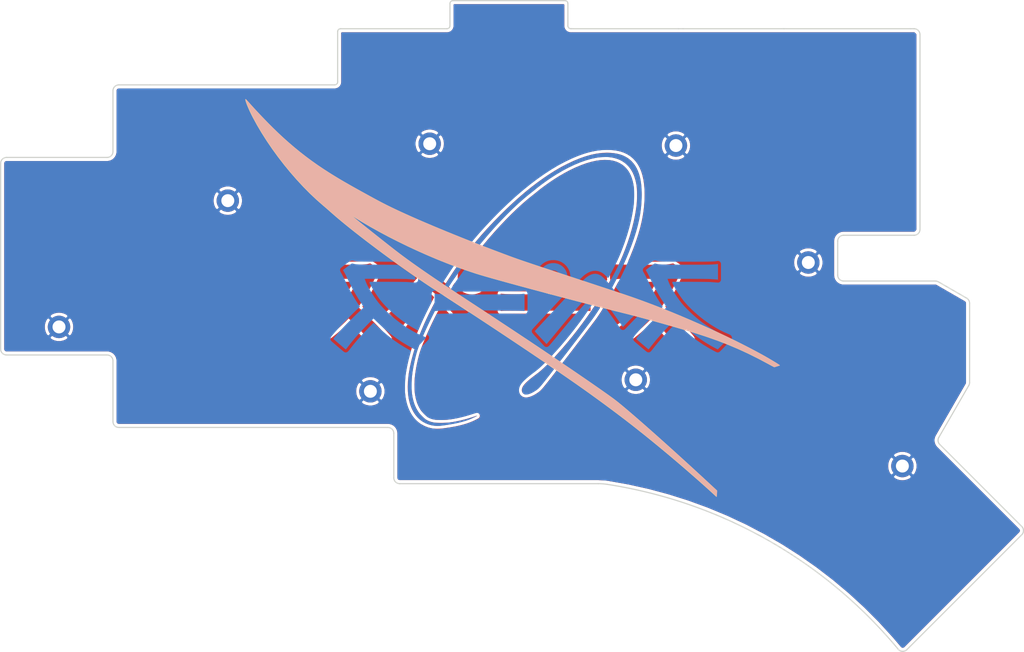
<source format=kicad_pcb>
(kicad_pcb (version 20171130) (host pcbnew "(5.1.10)-1")
  (layers (0 F.Cu signal) (31 B.Cu signal) (34 B.Paste user) (35 F.Paste user) (36 B.SilkS user) (37 F.SilkS user) (38 B.Mask user) (39 F.Mask user) (44 Edge.Cuts user))
  (net 0 "")
  (net 1 GND)
  (module scamander:text_right (layer B.Cu) (at 139.9286 103.3653 180)
    (fp_text reference G*** hide)
    (fp_text value LOGO hide)
    (fp_poly (pts (xy -2.18648 -13.323996) (xy -1.740279 -13.739308) (xy -1.244485 -14.1541) (xy -0.931333 -14.395271) (xy -0.410594 -14.789747) (xy 0.040374 -15.14597) (xy 0.425203 -15.467883) (xy 0.747524 -15.75943) (xy 1.010967 -16.024555) (xy 1.219165 -16.267201) (xy 1.375748 -16.491313) (xy 1.484348 -16.700834) (xy 1.548595 -16.899707) (xy 1.572122 -17.091877) (xy 1.572381 -17.114426) (xy 1.544985 -17.358767) (xy 1.458041 -17.554668) (xy 1.348106 -17.68193) (xy 1.174083 -17.799738) (xy 0.966855 -17.854866) (xy 0.716763 -17.848574) (xy 0.466981 -17.796876) (xy 0.186301 -17.699864) (xy -0.130108 -17.554753) (xy -0.45948 -17.374657) (xy -0.779053 -17.17269) (xy -1.066063 -16.961968) (xy -1.235884 -16.815827) (xy -1.34883 -16.702158) (xy -1.494811 -16.543733) (xy -1.654338 -16.362199) (xy -1.797043 -16.1925) (xy -1.94892 -16.005722) (xy -2.125727 -15.785601) (xy -2.320947 -15.540498) (xy -2.528062 -15.278774) (xy -2.740557 -15.00879) (xy -2.951914 -14.738909) (xy -3.155616 -14.477491) (xy -3.345147 -14.232899) (xy -3.513988 -14.013493) (xy -3.655625 -13.827635) (xy -3.763539 -13.683687) (xy -3.831213 -13.59001) (xy -3.852333 -13.555477) (xy -3.818972 -13.520836) (xy -3.726854 -13.448436) (xy -3.58793 -13.347088) (xy -3.414151 -13.225606) (xy -3.29773 -13.146455) (xy -2.743128 -12.773197) (xy -2.18648 -13.323996)) (layer B.Cu) (width 0.01))
    (fp_poly (pts (xy -3.428367 4.41754) (xy -3.005666 4.325649) (xy -2.613009 4.162167) (xy -2.258007 3.932976) (xy -1.948272 3.643961) (xy -1.691416 3.301005) (xy -1.49505 2.909991) (xy -1.371104 2.497667) (xy -1.320804 2.061343) (xy -1.352637 1.631042) (xy -1.464096 1.214974) (xy -1.652677 0.821348) (xy -1.915873 0.458377) (xy -2.031559 0.333598) (xy -2.363165 0.056368) (xy -2.740202 -0.156742) (xy -3.148922 -0.3015) (xy -3.575578 -0.373671) (xy -4.006422 -0.369022) (xy -4.212166 -0.337964) (xy -4.632948 -0.21232) (xy -5.018764 -0.014429) (xy -5.361221 0.247599) (xy -5.651924 0.565652) (xy -5.882479 0.931618) (xy -6.044491 1.337387) (xy -6.078387 1.465296) (xy -6.122253 1.762971) (xy -6.128148 2.047906) (xy -4.909737 2.047906) (xy -4.87405 1.718988) (xy -4.766014 1.433196) (xy -4.587928 1.193902) (xy -4.342087 1.004477) (xy -4.129481 0.902804) (xy -3.947894 0.861826) (xy -3.723837 0.852868) (xy -3.492948 0.875278) (xy -3.320484 0.91763) (xy -3.103426 1.030041) (xy -2.897072 1.203739) (xy -2.696615 1.456772) (xy -2.577015 1.730921) (xy -2.539311 2.020379) (xy -2.584542 2.31934) (xy -2.661392 2.521289) (xy -2.831588 2.791468) (xy -3.050623 2.999247) (xy -3.306981 3.140579) (xy -3.589145 3.211413) (xy -3.885599 3.2077) (xy -4.184828 3.125391) (xy -4.269496 3.086734) (xy -4.531992 2.91197) (xy -4.728588 2.685895) (xy -4.855349 2.414893) (xy -4.908341 2.105344) (xy -4.909737 2.047906) (xy -6.128148 2.047906) (xy -6.129175 2.097539) (xy -6.100855 2.434254) (xy -6.038992 2.738366) (xy -6.011873 2.824598) (xy -5.825327 3.23556) (xy -5.574857 3.595129) (xy -5.267603 3.897938) (xy -4.910705 4.13862) (xy -4.511303 4.311808) (xy -4.076537 4.412136) (xy -3.8735 4.431954) (xy -3.428367 4.41754)) (layer B.Cu) (width 0.01))
    (fp_poly (pts (xy 1.344084 -0.783949) (xy 1.491483 -0.797104) (xy 1.681028 -0.814006) (xy 1.862667 -0.830194) (xy 1.945622 -0.834053) (xy 2.107613 -0.838188) (xy 2.343007 -0.842542) (xy 2.646173 -0.847057) (xy 3.011482 -0.851678) (xy 3.4333 -0.856348) (xy 3.905998 -0.86101) (xy 4.423944 -0.865606) (xy 4.981506 -0.870081) (xy 5.573055 -0.874377) (xy 6.192958 -0.878439) (xy 6.835585 -0.882208) (xy 7.233015 -0.884323) (xy 12.285862 -0.910167) (xy 10.236762 -2.249028) (xy 8.187662 -3.58789) (xy 4.908748 -3.615192) (xy 4.382804 -3.619855) (xy 3.876693 -3.624889) (xy 3.397505 -3.630191) (xy 2.952335 -3.635658) (xy 2.548273 -3.641185) (xy 2.192414 -3.646669) (xy 1.891848 -3.652007) (xy 1.65367 -3.657095) (xy 1.48497 -3.661828) (xy 1.392843 -3.666105) (xy 1.386417 -3.666665) (xy 1.143 -3.690836) (xy 1.143 -0.765989) (xy 1.344084 -0.783949)) (layer B.Cu) (width 0.01))
    (fp_poly (pts (xy -12.063223 23.088656) (xy -11.283549 23.003512) (xy -10.487467 22.860107) (xy -9.669438 22.656856) (xy -8.823922 22.392176) (xy -7.94538 22.064482) (xy -7.028273 21.672191) (xy -6.067061 21.213717) (xy -5.923558 21.141582) (xy -4.795565 20.53649) (xy -3.646166 19.851959) (xy -2.477581 19.089856) (xy -1.292032 18.252043) (xy -0.09174 17.340387) (xy 1.121074 16.356751) (xy 2.344188 15.303001) (xy 3.575382 14.181001) (xy 4.812433 12.992616) (xy 6.05312 11.739711) (xy 7.295223 10.42415) (xy 8.53652 9.047799) (xy 8.688786 8.874684) (xy 9.466365 7.961935) (xy 10.259835 6.979929) (xy 11.060736 5.940499) (xy 11.860608 4.855479) (xy 12.65099 3.736701) (xy 13.423423 2.595998) (xy 14.169447 1.445203) (xy 14.880602 0.296149) (xy 15.17696 -0.200203) (xy 15.5575 -0.844906) (xy 15.790334 -0.823221) (xy 15.963539 -0.806659) (xy 16.136302 -0.789476) (xy 16.203084 -0.782578) (xy 16.383 -0.76362) (xy 16.383 -2.306534) (xy 16.99267 -3.51335) (xy 17.339806 -4.208797) (xy 17.651885 -4.85257) (xy 17.938346 -5.465025) (xy 18.208631 -6.066519) (xy 18.472179 -6.677407) (xy 18.587822 -6.952938) (xy 18.697613 -7.214418) (xy 18.781356 -7.40697) (xy 18.844374 -7.540307) (xy 18.891991 -7.624139) (xy 18.929531 -7.668179) (xy 18.96232 -7.682138) (xy 18.985889 -7.679039) (xy 19.070715 -7.643992) (xy 19.215482 -7.573243) (xy 19.407126 -7.473966) (xy 19.632578 -7.353332) (xy 19.878772 -7.218514) (xy 20.132641 -7.076685) (xy 20.381119 -6.935016) (xy 20.611138 -6.800681) (xy 20.809633 -6.680851) (xy 20.849167 -6.656275) (xy 21.585077 -6.172437) (xy 22.318746 -5.645299) (xy 23.038557 -5.08492) (xy 23.732888 -4.501358) (xy 24.390122 -3.904672) (xy 24.998638 -3.30492) (xy 25.546818 -2.712161) (xy 25.922085 -2.264833) (xy 26.238566 -1.850943) (xy 26.561946 -1.395635) (xy 26.881525 -0.916007) (xy 27.186602 -0.429157) (xy 27.466478 0.047815) (xy 27.710453 0.497812) (xy 27.907826 0.903736) (xy 27.915081 0.919888) (xy 27.98592 1.084191) (xy 28.059666 1.265034) (xy 28.128935 1.443033) (xy 28.186347 1.598805) (xy 28.224518 1.712965) (xy 28.236334 1.763461) (xy 28.195243 1.767758) (xy 28.07694 1.771336) (xy 27.888873 1.774225) (xy 27.638492 1.776453) (xy 27.333248 1.778046) (xy 26.98059 1.779035) (xy 26.587968 1.779446) (xy 26.162832 1.779308) (xy 25.712632 1.778649) (xy 25.244818 1.777497) (xy 24.766839 1.775881) (xy 24.286147 1.773827) (xy 23.81019 1.771366) (xy 23.346419 1.768524) (xy 22.902283 1.76533) (xy 22.485232 1.761813) (xy 22.102717 1.757999) (xy 21.762187 1.753918) (xy 21.471092 1.749597) (xy 21.236883 1.745064) (xy 21.067008 1.740349) (xy 20.976167 1.736035) (xy 20.724597 1.717842) (xy 20.461663 1.698596) (xy 20.220771 1.680755) (xy 20.055417 1.66831) (xy 19.685 1.64008) (xy 19.685 2.099705) (xy 20.076584 2.369566) (xy 20.213591 2.464701) (xy 20.406639 2.599766) (xy 20.642763 2.765634) (xy 20.908996 2.953182) (xy 21.192369 3.153285) (xy 21.479917 3.356819) (xy 21.529195 3.391752) (xy 22.590224 4.144076) (xy 26.037695 4.160709) (xy 26.671004 4.163929) (xy 27.225553 4.167169) (xy 27.707248 4.170566) (xy 28.121995 4.174256) (xy 28.475701 4.178374) (xy 28.774272 4.183057) (xy 29.023614 4.188441) (xy 29.229634 4.194663) (xy 29.398238 4.201858) (xy 29.535332 4.210163) (xy 29.646823 4.219713) (xy 29.738618 4.230645) (xy 29.816621 4.243095) (xy 29.845 4.248475) (xy 30.023879 4.285563) (xy 30.182485 4.32151) (xy 30.293456 4.350024) (xy 30.31339 4.356194) (xy 30.355365 4.363673) (xy 30.406411 4.354921) (xy 30.475982 4.324198) (xy 30.573534 4.265762) (xy 30.708523 4.173875) (xy 30.890402 4.042795) (xy 31.128629 3.866783) (xy 31.168924 3.836808) (xy 31.386416 3.673898) (xy 31.57914 3.527569) (xy 31.737322 3.405402) (xy 31.851189 3.314984) (xy 31.910969 3.263895) (xy 31.917618 3.25584) (xy 31.89794 3.210896) (xy 31.843757 3.111231) (xy 31.764765 2.974337) (xy 31.718161 2.896007) (xy 31.636585 2.751253) (xy 31.52942 2.547903) (xy 31.406044 2.304472) (xy 31.27583 2.039475) (xy 31.148154 1.771426) (xy 31.141332 1.756833) (xy 30.689831 0.822684) (xy 30.237111 -0.046458) (xy 29.772507 -0.869724) (xy 29.285354 -1.666245) (xy 28.926404 -2.21637) (xy 28.364084 -3.056908) (xy 28.585758 -3.253537) (xy 28.893061 -3.531954) (xy 29.245964 -3.861679) (xy 29.633077 -4.231403) (xy 30.04301 -4.629817) (xy 30.464374 -5.045613) (xy 30.88578 -5.467482) (xy 31.295838 -5.884115) (xy 31.68316 -6.284206) (xy 32.036356 -6.656443) (xy 32.302795 -6.944211) (xy 32.615987 -7.289992) (xy 32.888783 -7.596572) (xy 33.118252 -7.86045) (xy 33.301461 -8.078127) (xy 33.43548 -8.246102) (xy 33.517377 -8.360875) (xy 33.54422 -8.418946) (xy 33.542185 -8.42402) (xy 33.436889 -8.518355) (xy 33.288707 -8.648538) (xy 33.10685 -8.806707) (xy 32.900525 -8.985) (xy 32.678943 -9.175556) (xy 32.451311 -9.370511) (xy 32.226838 -9.562005) (xy 32.014733 -9.742175) (xy 31.824204 -9.90316) (xy 31.664462 -10.037097) (xy 31.544713 -10.136124) (xy 31.474168 -10.192379) (xy 31.45924 -10.202333) (xy 31.423177 -10.170318) (xy 31.347209 -10.082593) (xy 31.241616 -9.951642) (xy 31.116676 -9.789946) (xy 31.083753 -9.746353) (xy 30.556645 -9.071435) (xy 29.95997 -8.355957) (xy 29.296606 -7.603176) (xy 28.569433 -6.81635) (xy 27.78133 -5.998735) (xy 27.677676 -5.893517) (xy 26.746172 -4.950201) (xy 26.01937 -5.660684) (xy 25.009948 -6.60355) (xy 23.992309 -7.465834) (xy 22.961046 -8.251575) (xy 21.910752 -8.964811) (xy 20.83602 -9.609581) (xy 20.444127 -9.824626) (xy 20.231933 -9.93829) (xy 20.047556 -10.03707) (xy 19.903143 -10.114459) (xy 19.81084 -10.163946) (xy 19.782415 -10.179217) (xy 19.790711 -10.219097) (xy 19.819258 -10.325435) (xy 19.863968 -10.483597) (xy 19.920756 -10.678946) (xy 19.942917 -10.75403) (xy 20.172862 -11.579191) (xy 20.380455 -12.422744) (xy 20.560273 -13.259976) (xy 20.706897 -14.066174) (xy 20.787716 -14.605) (xy 20.825827 -14.94256) (xy 20.857338 -15.331947) (xy 20.881727 -15.754241) (xy 20.898473 -16.190521) (xy 20.907057 -16.621869) (xy 20.906956 -17.029364) (xy 20.897652 -17.394088) (xy 20.878622 -17.697119) (xy 20.874102 -17.743865) (xy 20.761321 -18.530311) (xy 20.592086 -19.262319) (xy 20.368108 -19.937959) (xy 20.091096 -20.5553) (xy 19.762761 -21.112413) (xy 19.384813 -21.607369) (xy 18.958962 -22.038236) (xy 18.486919 -22.403087) (xy 17.970394 -22.69999) (xy 17.411096 -22.927017) (xy 16.810737 -23.082237) (xy 16.171026 -23.16372) (xy 16.0655 -23.169769) (xy 15.870603 -23.176193) (xy 15.686669 -23.177241) (xy 15.545492 -23.172875) (xy 15.515167 -23.170394) (xy 15.273596 -23.141945) (xy 14.968394 -23.100996) (xy 14.619155 -23.050605) (xy 14.245472 -22.993833) (xy 13.866939 -22.933737) (xy 13.503149 -22.873378) (xy 13.173697 -22.815815) (xy 12.898175 -22.764106) (xy 12.845608 -22.753589) (xy 12.335329 -22.641337) (xy 11.823669 -22.512658) (xy 11.333337 -22.373896) (xy 10.887044 -22.231394) (xy 10.586155 -22.122513) (xy 10.432315 -22.060359) (xy 10.245995 -21.980887) (xy 10.041077 -21.890524) (xy 9.831442 -21.795695) (xy 9.630971 -21.702825) (xy 9.453543 -21.61834) (xy 9.313042 -21.548665) (xy 9.223346 -21.500225) (xy 9.197733 -21.479822) (xy 9.239867 -21.488407) (xy 9.34991 -21.519638) (xy 9.515341 -21.56972) (xy 9.723638 -21.634853) (xy 9.962281 -21.711239) (xy 9.985749 -21.718838) (xy 11.094409 -22.0513) (xy 12.154707 -22.314386) (xy 13.166778 -22.508123) (xy 14.130759 -22.632533) (xy 15.046785 -22.687643) (xy 15.308279 -22.690667) (xy 15.88721 -22.675002) (xy 16.396748 -22.626709) (xy 16.84641 -22.543841) (xy 17.245717 -22.424451) (xy 17.604185 -22.266591) (xy 17.734711 -22.194333) (xy 17.918673 -22.067595) (xy 18.136644 -21.887718) (xy 18.373096 -21.670226) (xy 18.612503 -21.430645) (xy 18.839339 -21.184501) (xy 19.038077 -20.947317) (xy 19.190551 -20.738632) (xy 19.493886 -20.223675) (xy 19.746823 -19.671919) (xy 19.952667 -19.073669) (xy 20.114722 -18.419231) (xy 20.236293 -17.69891) (xy 20.242423 -17.653) (xy 20.265894 -17.407674) (xy 20.282128 -17.09595) (xy 20.291269 -16.735771) (xy 20.29346 -16.345083) (xy 20.288844 -15.941832) (xy 20.277563 -15.543963) (xy 20.25976 -15.16942) (xy 20.235579 -14.83615) (xy 20.218649 -14.6685) (xy 20.142178 -14.084836) (xy 20.044688 -13.47264) (xy 19.929627 -12.847379) (xy 19.800442 -12.22452) (xy 19.660579 -11.619529) (xy 19.513485 -11.047872) (xy 19.362607 -10.525016) (xy 19.211391 -10.066428) (xy 19.164651 -9.938846) (xy 18.979513 -9.447558) (xy 18.411506 -8.847863) (xy 18.235492 -8.661015) (xy 18.080388 -8.494434) (xy 17.955331 -8.358091) (xy 17.869459 -8.261958) (xy 17.831908 -8.216007) (xy 17.831122 -8.21445) (xy 17.860821 -8.183032) (xy 17.950592 -8.132697) (xy 18.081204 -8.074186) (xy 18.085122 -8.072592) (xy 18.232445 -8.004172) (xy 18.319883 -7.944758) (xy 18.338626 -7.908643) (xy 18.310161 -7.826065) (xy 18.248963 -7.676886) (xy 18.159416 -7.470602) (xy 18.045903 -7.216706) (xy 17.912808 -6.924697) (xy 17.764515 -6.604068) (xy 17.605407 -6.264317) (xy 17.439868 -5.914938) (xy 17.272281 -5.565427) (xy 17.107031 -5.225281) (xy 16.991924 -4.991437) (xy 16.350461 -3.696373) (xy 15.95398 -3.662691) (xy 15.834611 -3.655686) (xy 15.640263 -3.648178) (xy 15.380623 -3.640387) (xy 15.065375 -3.632528) (xy 14.704205 -3.62482) (xy 14.306799 -3.61748) (xy 13.882841 -3.610725) (xy 13.442018 -3.604774) (xy 13.300065 -3.603087) (xy 11.04263 -3.577167) (xy 12.178232 -2.837513) (xy 12.505362 -2.624385) (xy 12.854186 -2.397023) (xy 13.206325 -2.167413) (xy 13.543401 -1.947541) (xy 13.847034 -1.749392) (xy 14.098847 -1.584953) (xy 14.107855 -1.579068) (xy 14.901876 -1.060277) (xy 14.535971 -0.456055) (xy 14.276366 -0.035199) (xy 13.989514 0.416171) (xy 13.687688 0.879559) (xy 13.383164 1.336469) (xy 13.088216 1.768405) (xy 12.81512 2.156871) (xy 12.66003 2.370667) (xy 12.470875 2.62908) (xy 12.258706 2.921566) (xy 12.045303 3.217944) (xy 11.85245 3.48803) (xy 11.789314 3.577167) (xy 11.638105 3.788692) (xy 11.449756 4.048171) (xy 11.238488 4.336246) (xy 11.018523 4.633562) (xy 10.80408 4.920763) (xy 10.723061 5.02844) (xy 9.810082 6.215027) (xy 8.878493 7.379749) (xy 7.933264 8.517344) (xy 6.979363 9.622553) (xy 6.021759 10.690115) (xy 5.065422 11.714768) (xy 4.115319 12.691254) (xy 3.176419 13.61431) (xy 2.253692 14.478676) (xy 1.352105 15.279093) (xy 0.476629 16.010299) (xy -0.021166 16.403658) (xy -0.223043 16.561728) (xy -0.445658 16.739321) (xy -0.653693 16.908147) (xy -0.740833 16.98012) (xy -0.974527 17.169462) (xy -1.261764 17.393796) (xy -1.585906 17.640751) (xy -1.930317 17.897959) (xy -2.278359 18.15305) (xy -2.613395 18.393652) (xy -2.918787 18.607398) (xy -3.048 18.695501) (xy -4.153438 19.411642) (xy -5.237995 20.054728) (xy -6.299993 20.624006) (xy -7.337757 21.118719) (xy -8.349609 21.538112) (xy -9.333874 21.881431) (xy -10.288875 22.147919) (xy -11.081903 22.314442) (xy -11.409933 22.361396) (xy -11.785219 22.397039) (xy -12.183718 22.420515) (xy -12.581383 22.430964) (xy -12.954168 22.427527) (xy -13.278027 22.409346) (xy -13.394498 22.397004) (xy -14.061202 22.276042) (xy -14.678396 22.086868) (xy -15.247724 21.828734) (xy -15.770828 21.500895) (xy -16.249353 21.102603) (xy -16.253111 21.099031) (xy -16.643498 20.680492) (xy -16.980935 20.216283) (xy -17.267715 19.701234) (xy -17.506136 19.130174) (xy -17.698492 18.497933) (xy -17.84708 17.799341) (xy -17.914786 17.356667) (xy -17.937927 17.118172) (xy -17.954308 16.81256) (xy -17.964062 16.457098) (xy -17.96732 16.069055) (xy -17.964217 15.6657) (xy -17.954884 15.264299) (xy -17.939453 14.882122) (xy -17.918058 14.536437) (xy -17.890907 14.245167) (xy -17.711703 12.993663) (xy -17.460245 11.703665) (xy -17.137582 10.379049) (xy -16.744763 9.02369) (xy -16.282837 7.641465) (xy -15.752852 6.236247) (xy -15.662536 6.011333) (xy -15.423715 5.438083) (xy -15.171958 4.867835) (xy -14.901052 4.287862) (xy -14.604783 3.685436) (xy -14.276938 3.047827) (xy -13.911302 2.362309) (xy -13.630704 1.849223) (xy -13.1445 0.967946) (xy -12.93451 1.214223) (xy -12.820995 1.342001) (xy -12.667297 1.507683) (xy -12.493608 1.689817) (xy -12.320677 1.866391) (xy -12.120067 2.06136) (xy -11.952998 2.20629) (xy -11.799488 2.316745) (xy -11.639556 2.408289) (xy -11.598435 2.428959) (xy -11.248935 2.562434) (xy -10.897694 2.6179) (xy -10.540533 2.594636) (xy -10.173269 2.491922) (xy -9.791723 2.309038) (xy -9.397979 2.049903) (xy -9.286394 1.95837) (xy -9.122217 1.810821) (xy -8.910969 1.612819) (xy -8.658167 1.369924) (xy -8.369331 1.087699) (xy -8.04998 0.771704) (xy -7.705631 0.427503) (xy -7.341806 0.060655) (xy -6.964021 -0.323278) (xy -6.577796 -0.718733) (xy -6.188649 -1.12015) (xy -5.8021 -1.521966) (xy -5.423668 -1.918621) (xy -5.05887 -2.304552) (xy -4.759003 -2.624984) (xy -4.175854 -3.251427) (xy -3.647864 -3.818704) (xy -3.172466 -4.329583) (xy -2.747094 -4.786835) (xy -2.369181 -5.193229) (xy -2.03616 -5.551535) (xy -1.745464 -5.864523) (xy -1.494527 -6.134963) (xy -1.280781 -6.365624) (xy -1.101661 -6.559276) (xy -0.954598 -6.71869) (xy -0.837027 -6.846634) (xy -0.746381 -6.945878) (xy -0.680092 -7.019193) (xy -0.635594 -7.069347) (xy -0.610321 -7.099112) (xy -0.601803 -7.110965) (xy -0.626743 -7.148141) (xy -0.703058 -7.239707) (xy -0.824188 -7.378311) (xy -0.983574 -7.556601) (xy -1.174656 -7.767223) (xy -1.390877 -8.002826) (xy -1.569629 -8.19584) (xy -1.802525 -8.446362) (xy -2.017522 -8.67764) (xy -2.207705 -8.882235) (xy -2.366162 -9.05271) (xy -2.485979 -9.181627) (xy -2.560242 -9.261547) (xy -2.58188 -9.284854) (xy -2.614462 -9.260428) (xy -2.694841 -9.176579) (xy -2.817527 -9.039679) (xy -2.97703 -8.8561) (xy -3.167862 -8.632216) (xy -3.384531 -8.374397) (xy -3.62155 -8.089017) (xy -3.821825 -7.845521) (xy -4.402676 -7.137908) (xy -4.937778 -6.489522) (xy -5.433522 -5.892886) (xy -5.896299 -5.340521) (xy -6.332503 -4.82495) (xy -6.748525 -4.338694) (xy -7.150756 -3.874275) (xy -7.545589 -3.424215) (xy -7.939416 -2.981036) (xy -8.338629 -2.537259) (xy -8.682399 -2.159) (xy -9.036587 -1.771975) (xy -9.339912 -1.44352) (xy -9.597731 -1.1689) (xy -9.815406 -0.943382) (xy -9.998292 -0.762231) (xy -10.151751 -0.620711) (xy -10.28114 -0.514089) (xy -10.391818 -0.437629) (xy -10.489144 -0.386597) (xy -10.578476 -0.356259) (xy -10.665173 -0.341879) (xy -10.742692 -0.338667) (xy -10.908791 -0.371853) (xy -11.096783 -0.462309) (xy -11.282323 -0.596374) (xy -11.392776 -0.703393) (xy -11.462152 -0.786685) (xy -11.575811 -0.931694) (xy -11.728601 -1.131399) (xy -11.915366 -1.378782) (xy -12.130953 -1.666825) (xy -12.370208 -1.988509) (xy -12.627978 -2.336816) (xy -12.899107 -2.704727) (xy -13.178442 -3.085223) (xy -13.46083 -3.471287) (xy -13.741116 -3.855899) (xy -14.014145 -4.23204) (xy -14.274765 -4.592694) (xy -14.517822 -4.93084) (xy -14.73816 -5.23946) (xy -14.930627 -5.511537) (xy -15.068506 -5.708894) (xy -15.548435 -6.401287) (xy -16.464495 -5.454894) (xy -16.701887 -5.209328) (xy -16.929586 -4.973207) (xy -17.138331 -4.756176) (xy -17.318863 -4.567882) (xy -17.461922 -4.417972) (xy -17.558247 -4.316092) (xy -17.5777 -4.295198) (xy -17.774846 -4.081896) (xy -17.515105 -3.871865) (xy -17.316797 -3.702611) (xy -17.075921 -3.482775) (xy -16.805674 -3.225486) (xy -16.519254 -2.94387) (xy -16.229858 -2.651054) (xy -15.950681 -2.360166) (xy -15.694923 -2.084332) (xy -15.516486 -1.883833) (xy -15.336616 -1.675557) (xy -15.138777 -1.444164) (xy -14.930052 -1.198165) (xy -14.717523 -0.946069) (xy -14.508274 -0.696387) (xy -14.309386 -0.45763) (xy -14.127943 -0.238308) (xy -13.971027 -0.04693) (xy -13.845721 0.107992) (xy -13.759108 0.217948) (xy -13.718269 0.274428) (xy -13.716 0.279583) (xy -13.734845 0.321858) (xy -13.788044 0.429296) (xy -13.870594 0.5921) (xy -13.977489 0.800471) (xy -14.103725 1.044612) (xy -14.244299 1.314722) (xy -14.261478 1.347621) (xy -14.908796 2.622409) (xy -15.510482 3.88018) (xy -16.064799 5.116248) (xy -16.570009 6.325927) (xy -17.024373 7.50453) (xy -17.426156 8.647371) (xy -17.773619 9.749764) (xy -18.065025 10.807023) (xy -18.298636 11.814462) (xy -18.455505 12.659031) (xy -18.582869 13.566) (xy -18.671574 14.469289) (xy -18.721544 15.357535) (xy -18.732704 16.219373) (xy -18.704979 17.043437) (xy -18.638294 17.818365) (xy -18.532574 18.53279) (xy -18.495578 18.722324) (xy -18.313131 19.438108) (xy -18.074573 20.093223) (xy -17.780659 20.686659) (xy -17.432146 21.217408) (xy -17.029788 21.68446) (xy -16.574342 22.086807) (xy -16.066564 22.423438) (xy -15.52808 22.68486) (xy -15.049889 22.85222) (xy -14.532234 22.977399) (xy -13.965205 23.061985) (xy -13.338893 23.107567) (xy -12.832029 23.117122) (xy -12.063223 23.088656)) (layer B.Cu) (width 0.01))
    (fp_poly (pts (xy -10.736375 -2.905685) (xy -10.660909 -3.019027) (xy -10.551425 -3.18076) (xy -10.415168 -3.380383) (xy -10.259379 -3.607393) (xy -10.091301 -3.851287) (xy -9.918177 -4.101562) (xy -9.747248 -4.347716) (xy -9.585758 -4.579246) (xy -9.44095 -4.78565) (xy -9.320065 -4.956425) (xy -9.285803 -5.004363) (xy -8.722063 -5.778087) (xy -8.136117 -6.558807) (xy -7.536282 -7.336284) (xy -6.930873 -8.100275) (xy -6.328209 -8.84054) (xy -5.736604 -9.546837) (xy -5.164376 -10.208926) (xy -4.619842 -10.816565) (xy -4.201583 -11.265164) (xy -4.075188 -11.399988) (xy -3.974076 -11.51174) (xy -3.910448 -11.586692) (xy -3.894666 -11.610516) (xy -3.927223 -11.639404) (xy -4.01447 -11.704567) (xy -4.140778 -11.795128) (xy -4.290514 -11.900212) (xy -4.448046 -12.008944) (xy -4.597743 -12.110447) (xy -4.723974 -12.193847) (xy -4.811106 -12.248267) (xy -4.812358 -12.248994) (xy -4.848947 -12.222065) (xy -4.934337 -12.129106) (xy -5.066925 -11.972112) (xy -5.245107 -11.753083) (xy -5.467281 -11.474016) (xy -5.731845 -11.136909) (xy -6.037195 -10.743759) (xy -6.381728 -10.296565) (xy -6.44545 -10.213525) (xy -6.986689 -9.507711) (xy -7.478767 -8.865784) (xy -7.924141 -8.284519) (xy -8.325267 -7.760692) (xy -8.684602 -7.291076) (xy -9.004604 -6.872447) (xy -9.287728 -6.501579) (xy -9.536432 -6.175249) (xy -9.753173 -5.890229) (xy -9.940406 -5.643297) (xy -10.10059 -5.431226) (xy -10.23618 -5.250791) (xy -10.349635 -5.098768) (xy -10.443409 -4.971931) (xy -10.519961 -4.867056) (xy -10.549565 -4.826) (xy -10.726976 -4.575447) (xy -10.905565 -4.317043) (xy -11.079095 -4.06044) (xy -11.241329 -3.815295) (xy -11.386031 -3.591262) (xy -11.506963 -3.397995) (xy -11.59789 -3.245149) (xy -11.652574 -3.142379) (xy -11.664885 -3.099441) (xy -11.618715 -3.080426) (xy -11.513335 -3.046766) (xy -11.368974 -3.004076) (xy -11.205863 -2.95797) (xy -11.044234 -2.914064) (xy -10.904318 -2.877971) (xy -10.806344 -2.855307) (xy -10.770582 -2.851239) (xy -10.736375 -2.905685)) (layer B.Cu) (width 0.01))
    (fp_poly (pts (xy -20.943922 4.354921) (xy -20.874351 4.324198) (xy -20.776799 4.265762) (xy -20.641811 4.173875) (xy -20.459931 4.042795) (xy -20.221704 3.866783) (xy -20.181409 3.836808) (xy -19.963917 3.673898) (xy -19.771194 3.527569) (xy -19.613012 3.405402) (xy -19.499144 3.314984) (xy -19.439365 3.263895) (xy -19.432715 3.25584) (xy -19.452377 3.210888) (xy -19.506517 3.111193) (xy -19.58545 2.974249) (xy -19.632083 2.895781) (xy -19.722331 2.736048) (xy -19.835031 2.522522) (xy -19.958158 2.278741) (xy -20.079683 2.028239) (xy -20.127698 1.925941) (xy -20.683325 0.776894) (xy -21.246646 -0.291343) (xy -21.819727 -1.282439) (xy -22.404633 -2.200063) (xy -22.65785 -2.569481) (xy -22.990031 -3.043462) (xy -22.788454 -3.225648) (xy -22.477702 -3.510492) (xy -22.145725 -3.822051) (xy -21.797252 -4.155389) (xy -21.437007 -4.505574) (xy -21.069718 -4.86767) (xy -20.700112 -5.236744) (xy -20.332915 -5.607862) (xy -19.972854 -5.976088) (xy -19.624655 -6.336489) (xy -19.293045 -6.684131) (xy -18.982751 -7.01408) (xy -18.698499 -7.321401) (xy -18.445016 -7.60116) (xy -18.227029 -7.848423) (xy -18.049264 -8.058255) (xy -17.916448 -8.225723) (xy -17.833308 -8.345893) (xy -17.80457 -8.41383) (xy -17.808336 -8.424445) (xy -17.930403 -8.534487) (xy -18.092236 -8.677099) (xy -18.284706 -8.844538) (xy -18.49868 -9.029061) (xy -18.725028 -9.222925) (xy -18.954617 -9.418387) (xy -19.178317 -9.607705) (xy -19.386996 -9.783136) (xy -19.571523 -9.936936) (xy -19.722766 -10.061364) (xy -19.831595 -10.148675) (xy -19.888876 -10.191129) (xy -19.895147 -10.19393) (xy -19.930386 -10.157929) (xy -20.008465 -10.065618) (xy -20.120595 -9.927793) (xy -20.257989 -9.755249) (xy -20.405211 -9.567333) (xy -21.129541 -8.669632) (xy -21.929723 -7.74165) (xy -22.803542 -6.785875) (xy -23.748783 -5.804792) (xy -23.831738 -5.720931) (xy -24.602115 -4.943695) (xy -25.286808 -5.617531) (xy -26.292966 -6.563016) (xy -27.310546 -7.429197) (xy -28.346565 -8.221323) (xy -29.408036 -8.944642) (xy -30.501977 -9.604404) (xy -30.936585 -9.844355) (xy -31.151802 -9.959538) (xy -31.340699 -10.059325) (xy -31.490917 -10.137294) (xy -31.590101 -10.187025) (xy -31.625458 -10.202333) (xy -31.659382 -10.172777) (xy -31.744319 -10.088981) (xy -31.873146 -9.958256) (xy -32.038738 -9.787912) (xy -32.23397 -9.585261) (xy -32.451719 -9.357611) (xy -32.578135 -9.224779) (xy -32.805141 -8.985222) (xy -33.012831 -8.764884) (xy -33.194138 -8.57135) (xy -33.341999 -8.412208) (xy -33.449348 -8.295045) (xy -33.509121 -8.227448) (xy -33.519128 -8.214227) (xy -33.48815 -8.185181) (xy -33.394873 -8.135199) (xy -33.256324 -8.072945) (xy -33.180461 -8.04193) (xy -32.528878 -7.760229) (xy -31.84055 -7.419552) (xy -31.129982 -7.028323) (xy -30.411676 -6.594961) (xy -29.700135 -6.127888) (xy -29.009864 -5.635524) (xy -28.919723 -5.568047) (xy -28.392529 -5.155831) (xy -27.858343 -4.709472) (xy -27.32994 -4.241061) (xy -26.820095 -3.762688) (xy -26.341584 -3.286445) (xy -25.907182 -2.824421) (xy -25.529667 -2.388708) (xy -25.429336 -2.264833) (xy -25.095477 -1.82782) (xy -24.759803 -1.35619) (xy -24.433072 -0.866907) (xy -24.126042 -0.376934) (xy -23.849472 0.096763) (xy -23.614121 0.537221) (xy -23.491395 0.791006) (xy -23.421442 0.949189) (xy -23.345032 1.13164) (xy -23.269352 1.319914) (xy -23.201593 1.495565) (xy -23.148942 1.640149) (xy -23.118589 1.735221) (xy -23.114 1.759356) (xy -23.15509 1.76406) (xy -23.273397 1.768051) (xy -23.461472 1.771354) (xy -23.711868 1.773992) (xy -24.017138 1.77599) (xy -24.369834 1.777371) (xy -24.762508 1.778159) (xy -25.187714 1.778378) (xy -25.638004 1.778052) (xy -26.10593 1.777205) (xy -26.584045 1.775861) (xy -27.064901 1.774044) (xy -27.541052 1.771778) (xy -28.005049 1.769086) (xy -28.449445 1.765993) (xy -28.866792 1.762523) (xy -29.249644 1.758699) (xy -29.590552 1.754545) (xy -29.88207 1.750086) (xy -30.116749 1.745344) (xy -30.287143 1.740345) (xy -30.374166 1.736035) (xy -30.625736 1.717842) (xy -30.888671 1.698596) (xy -31.129562 1.680755) (xy -31.294916 1.66831) (xy -31.665333 1.64008) (xy -31.665333 4.286488) (xy -31.506583 4.261456) (xy -31.352802 4.240904) (xy -31.164928 4.222769) (xy -30.938655 4.206974) (xy -30.669676 4.193442) (xy -30.353685 4.182095) (xy -29.986375 4.172856) (xy -29.56344 4.165648) (xy -29.080573 4.160392) (xy -28.533468 4.157012) (xy -27.917817 4.155431) (xy -27.229315 4.15557) (xy -26.463655 4.157352) (xy -25.8445 4.159686) (xy -25.163887 4.162731) (xy -24.562504 4.165752) (xy -24.034914 4.16886) (xy -23.575679 4.172165) (xy -23.179363 4.175778) (xy -22.840529 4.179811) (xy -22.55374 4.184373) (xy -22.313559 4.189577) (xy -22.114549 4.195532) (xy -21.951274 4.202349) (xy -21.818295 4.21014) (xy -21.710177 4.219016) (xy -21.621482 4.229086) (xy -21.546774 4.240463) (xy -21.505333 4.248174) (xy -21.326468 4.285399) (xy -21.167871 4.321448) (xy -21.056896 4.350015) (xy -21.036943 4.356194) (xy -20.994968 4.363673) (xy -20.943922 4.354921)) (layer B.Cu) (width 0.01))
  )
  (module "scamander:left arrow" (layer F.Cu) (at 136.7663 104.8385)
    (fp_text reference G*** hide)
    (fp_text value LOGO hide)
  )
  (module scamander:arrow_right (layer B.Cu) (at 136.8044 104.8385 180)
    (fp_text reference G*** hide)
    (fp_text value LOGO hide)
  )
  (module "scamander:left text" (layer F.Cu) (at 133.6421 103.3653)
    (fp_text reference G*** hide)
    (fp_text value LOGO hide)
    (fp_poly (pts (xy 17.176728 2.877366) (xy 17.325624 2.906608) (xy 17.49351 2.945029) (xy 17.660103 2.987699) (xy 17.805116 3.029691) (xy 17.908268 3.066076) (xy 17.949272 3.091926) (xy 17.949333 3.09264) (xy 17.926672 3.138557) (xy 17.863703 3.24294) (xy 17.767946 3.39439) (xy 17.64692 3.581509) (xy 17.508144 3.7929) (xy 17.359138 4.017164) (xy 17.207422 4.242903) (xy 17.060515 4.458718) (xy 16.925937 4.653212) (xy 16.83373 4.783667) (xy 16.773871 4.865046) (xy 16.6687 5.005512) (xy 16.522303 5.199715) (xy 16.338763 5.442308) (xy 16.122164 5.727941) (xy 15.876592 6.051266) (xy 15.606129 6.406933) (xy 15.314862 6.789595) (xy 15.006873 7.193902) (xy 14.686246 7.614506) (xy 14.357067 8.046057) (xy 14.02342 8.483208) (xy 13.689388 8.92061) (xy 13.359056 9.352913) (xy 13.036509 9.774769) (xy 12.72583 10.18083) (xy 12.431103 10.565746) (xy 12.156414 10.92417) (xy 11.905846 11.250751) (xy 11.683484 11.540142) (xy 11.493411 11.786993) (xy 11.339712 11.985957) (xy 11.226472 12.131684) (xy 11.157774 12.218825) (xy 11.139004 12.241451) (xy 11.096282 12.229553) (xy 10.99915 12.176456) (xy 10.86179 12.090593) (xy 10.698384 11.980397) (xy 10.689166 11.973968) (xy 10.519935 11.856321) (xy 10.372325 11.754794) (xy 10.262235 11.68025) (xy 10.205631 11.64359) (xy 10.198868 11.615933) (xy 10.229019 11.556197) (xy 10.300739 11.458419) (xy 10.418684 11.316637) (xy 10.587511 11.124885) (xy 10.756955 10.937407) (xy 11.594421 9.995823) (xy 12.442358 9.00047) (xy 13.288302 7.967292) (xy 14.119785 6.91223) (xy 14.924341 5.851227) (xy 15.689503 4.800227) (xy 16.402806 3.775172) (xy 16.677774 3.3655) (xy 16.795054 3.18962) (xy 16.896682 3.038823) (xy 16.97293 2.927427) (xy 17.01407 2.869751) (xy 17.017042 2.866129) (xy 17.067106 2.86223) (xy 17.176728 2.877366)) (layer F.Cu) (width 0.01))
    (fp_poly (pts (xy 19.798198 -23.122163) (xy 20.518052 -23.035662) (xy 21.173842 -22.89643) (xy 21.769258 -22.702509) (xy 22.30799 -22.451939) (xy 22.793729 -22.142764) (xy 23.230163 -21.773024) (xy 23.620984 -21.340761) (xy 23.908423 -20.940717) (xy 24.19804 -20.425895) (xy 24.443936 -19.841648) (xy 24.645665 -19.191321) (xy 24.802777 -18.478263) (xy 24.914825 -17.70582) (xy 24.981363 -16.877338) (xy 25.001941 -15.996167) (xy 24.976113 -15.065651) (xy 24.90343 -14.089138) (xy 24.869193 -13.758333) (xy 24.729938 -12.745991) (xy 24.53163 -11.698355) (xy 24.27341 -10.612526) (xy 23.954417 -9.485603) (xy 23.573789 -8.314685) (xy 23.130666 -7.096872) (xy 22.624187 -5.829264) (xy 22.269482 -4.997597) (xy 22.165806 -4.758427) (xy 22.074832 -4.545466) (xy 22.001677 -4.370946) (xy 21.951457 -4.247098) (xy 21.929286 -4.186154) (xy 21.928666 -4.182681) (xy 21.969757 -4.17598) (xy 22.088067 -4.170052) (xy 22.276153 -4.164886) (xy 22.526571 -4.160469) (xy 22.831877 -4.156791) (xy 23.184628 -4.15384) (xy 23.577379 -4.151603) (xy 24.002688 -4.15007) (xy 24.45311 -4.149229) (xy 24.921202 -4.149067) (xy 25.39952 -4.149575) (xy 25.88062 -4.150739) (xy 26.357059 -4.152549) (xy 26.821394 -4.154993) (xy 27.266179 -4.158059) (xy 27.683972 -4.161735) (xy 28.067329 -4.16601) (xy 28.408806 -4.170873) (xy 28.70096 -4.176312) (xy 28.936346 -4.182314) (xy 29.107522 -4.18887) (xy 29.18765 -4.193997) (xy 29.42286 -4.218222) (xy 29.66156 -4.248875) (xy 29.871797 -4.281553) (xy 29.991984 -4.304831) (xy 30.148307 -4.338297) (xy 30.277037 -4.363307) (xy 30.35134 -4.374664) (xy 30.353 -4.374772) (xy 30.403249 -4.351756) (xy 30.507514 -4.286474) (xy 30.653668 -4.187808) (xy 30.829585 -4.064638) (xy 31.023139 -3.925846) (xy 31.222202 -3.780313) (xy 31.414648 -3.636922) (xy 31.588351 -3.504552) (xy 31.731185 -3.392086) (xy 31.831022 -3.308404) (xy 31.875736 -3.262388) (xy 31.877 -3.258611) (xy 31.855901 -3.207543) (xy 31.800105 -3.10568) (xy 31.720858 -2.973343) (xy 31.705219 -2.94825) (xy 31.639654 -2.83407) (xy 31.545577 -2.657002) (xy 31.43004 -2.430991) (xy 31.300091 -2.169985) (xy 31.16278 -1.88793) (xy 31.053838 -1.65961) (xy 30.690561 -0.908267) (xy 30.340195 -0.220916) (xy 29.992863 0.419996) (xy 29.638689 1.032018) (xy 29.267795 1.632703) (xy 28.870305 2.2396) (xy 28.805643 2.335405) (xy 28.327647 3.040977) (xy 28.906407 3.562788) (xy 29.176115 3.810346) (xy 29.470724 4.088615) (xy 29.78525 4.392326) (xy 30.114709 4.716212) (xy 30.454117 5.055005) (xy 30.798492 5.403438) (xy 31.14285 5.756241) (xy 31.482207 6.108148) (xy 31.81158 6.453891) (xy 32.125986 6.788202) (xy 32.42044 7.105813) (xy 32.689961 7.401457) (xy 32.929563 7.669865) (xy 33.134264 7.905769) (xy 33.299081 8.103903) (xy 33.419029 8.258998) (xy 33.489126 8.365786) (xy 33.504388 8.419) (xy 33.502614 8.421257) (xy 33.407446 8.506778) (xy 33.267612 8.629765) (xy 33.09234 8.782333) (xy 32.890855 8.956596) (xy 32.672385 9.144668) (xy 32.446155 9.338663) (xy 32.221393 9.530694) (xy 32.007325 9.712875) (xy 31.813177 9.87732) (xy 31.648177 10.016144) (xy 31.52155 10.121459) (xy 31.442523 10.18538) (xy 31.419869 10.201429) (xy 31.380634 10.169195) (xy 31.312495 10.087636) (xy 31.263729 10.021513) (xy 31.040716 9.719014) (xy 30.764668 9.366453) (xy 30.44338 8.972657) (xy 30.084647 8.546453) (xy 29.696265 8.09667) (xy 29.286028 7.632136) (xy 28.861732 7.161678) (xy 28.431172 6.694124) (xy 28.002143 6.238301) (xy 27.582441 5.803039) (xy 27.183173 5.400449) (xy 26.7168 4.937731) (xy 26.004765 5.633282) (xy 25.139194 6.444831) (xy 24.253737 7.209132) (xy 23.356514 7.920194) (xy 22.455648 8.572025) (xy 21.559259 9.158636) (xy 20.675469 9.674036) (xy 20.163753 9.942032) (xy 19.647674 10.200476) (xy 19.507587 10.037389) (xy 19.441121 9.963671) (xy 19.325116 9.838941) (xy 19.168888 9.673049) (xy 18.981752 9.475847) (xy 18.773025 9.257186) (xy 18.554352 9.029339) (xy 17.741204 8.184376) (xy 18.107827 8.041766) (xy 18.334815 7.947283) (xy 18.616446 7.820464) (xy 18.933673 7.67066) (xy 19.267447 7.507222) (xy 19.598721 7.339502) (xy 19.908444 7.176851) (xy 20.17757 7.028621) (xy 20.214166 7.007687) (xy 21.075153 6.481066) (xy 21.926616 5.899742) (xy 22.758205 5.272773) (xy 23.559567 4.609219) (xy 24.320352 3.918137) (xy 25.030209 3.208586) (xy 25.678785 2.489624) (xy 26.25573 1.770309) (xy 26.359692 1.629833) (xy 26.604582 1.281647) (xy 26.857216 0.899821) (xy 27.106856 0.502178) (xy 27.342764 0.106544) (xy 27.554202 -0.269256) (xy 27.730433 -0.607398) (xy 27.816398 -0.788308) (xy 27.891654 -0.959699) (xy 27.971201 -1.149156) (xy 28.048008 -1.338861) (xy 28.115044 -1.510994) (xy 28.165278 -1.647735) (xy 28.191679 -1.731266) (xy 28.194 -1.745285) (xy 28.152915 -1.750347) (xy 28.034653 -1.754995) (xy 27.846702 -1.75922) (xy 27.59655 -1.763018) (xy 27.291686 -1.766382) (xy 26.939598 -1.769305) (xy 26.547775 -1.771781) (xy 26.123705 -1.773804) (xy 25.674875 -1.775368) (xy 25.208776 -1.776466) (xy 24.732894 -1.777092) (xy 24.254718 -1.77724) (xy 23.781738 -1.776903) (xy 23.32144 -1.776075) (xy 22.881313 -1.77475) (xy 22.468847 -1.772922) (xy 22.091528 -1.770584) (xy 21.756846 -1.767729) (xy 21.472288 -1.764353) (xy 21.245344 -1.760448) (xy 21.083501 -1.756008) (xy 20.997333 -1.751332) (xy 20.722166 -1.725267) (xy 20.236325 -0.8203) (xy 20.099472 -0.56881) (xy 19.973715 -0.344185) (xy 19.865061 -0.156635) (xy 19.779516 -0.01637) (xy 19.723085 0.0664) (xy 19.70399 0.084666) (xy 19.647489 0.071944) (xy 19.532776 0.038396) (xy 19.381624 -0.009047) (xy 19.215809 -0.063456) (xy 19.057105 -0.117901) (xy 18.977736 -0.146456) (xy 18.979511 -0.189047) (xy 19.024933 -0.298804) (xy 19.111963 -0.471606) (xy 19.238564 -0.703334) (xy 19.349152 -0.897557) (xy 19.500211 -1.162757) (xy 19.609333 -1.362789) (xy 19.679641 -1.504165) (xy 19.714262 -1.593396) (xy 19.71632 -1.636992) (xy 19.707166 -1.643521) (xy 19.688886 -1.656273) (xy 19.674354 -1.691592) (xy 19.663154 -1.757991) (xy 19.654875 -1.863983) (xy 19.649104 -2.018081) (xy 19.645426 -2.228799) (xy 19.643429 -2.504649) (xy 19.6427 -2.854143) (xy 19.642666 -2.972266) (xy 19.642666 -4.287324) (xy 19.864916 -4.261663) (xy 19.997637 -4.248948) (xy 20.188003 -4.234045) (xy 20.409092 -4.218936) (xy 20.60397 -4.20725) (xy 21.120773 -4.178498) (xy 21.275015 -4.512832) (xy 21.76416 -5.62374) (xy 22.220249 -6.761565) (xy 22.639334 -7.913668) (xy 23.017464 -9.06741) (xy 23.350691 -10.210154) (xy 23.635064 -11.329261) (xy 23.866634 -12.412092) (xy 24.018718 -13.292667) (xy 24.085208 -13.744521) (xy 24.136835 -14.135046) (xy 24.175303 -14.485942) (xy 24.202319 -14.818908) (xy 24.219589 -15.155646) (xy 24.228818 -15.517855) (xy 24.231713 -15.927236) (xy 24.231699 -16.002) (xy 24.226773 -16.491148) (xy 24.211739 -16.91444) (xy 24.184617 -17.290297) (xy 24.143423 -17.63714) (xy 24.086176 -17.973389) (xy 24.010894 -18.317465) (xy 23.961181 -18.516342) (xy 23.748542 -19.196984) (xy 23.479929 -19.814778) (xy 23.155673 -20.369343) (xy 22.776109 -20.860297) (xy 22.341568 -21.287261) (xy 21.852385 -21.649852) (xy 21.308891 -21.947689) (xy 20.778792 -22.158324) (xy 20.141319 -22.328423) (xy 19.460887 -22.426741) (xy 18.738879 -22.45362) (xy 17.976679 -22.409405) (xy 17.17567 -22.294439) (xy 16.337237 -22.109067) (xy 15.462764 -21.853631) (xy 14.553634 -21.528477) (xy 13.61123 -21.133947) (xy 12.636937 -20.670385) (xy 11.632138 -20.138136) (xy 10.8585 -19.693574) (xy 10.440337 -19.437926) (xy 9.983079 -19.145059) (xy 9.501364 -18.825242) (xy 9.009829 -18.488742) (xy 8.523111 -18.145829) (xy 8.055849 -17.806771) (xy 7.62268 -17.481837) (xy 7.238242 -17.181294) (xy 7.006166 -16.991093) (xy 6.839981 -16.854083) (xy 6.638072 -16.691455) (xy 6.43223 -16.528684) (xy 6.328833 -16.44831) (xy 5.432548 -15.73032) (xy 4.508691 -14.938205) (xy 3.561498 -14.076305) (xy 2.595206 -13.148961) (xy 1.61405 -12.160511) (xy 0.622269 -11.115296) (xy -0.375903 -10.017655) (xy -1.376228 -8.871929) (xy -2.37447 -7.682456) (xy -3.095047 -6.7945) (xy -3.324785 -6.505529) (xy -3.571617 -6.191776) (xy -3.827216 -5.864096) (xy -4.083254 -5.533341) (xy -4.331405 -5.210366) (xy -4.563342 -4.906025) (xy -4.770739 -4.63117) (xy -4.945268 -4.396656) (xy -5.078603 -4.213337) (xy -5.117283 -4.158575) (xy -5.213727 -4.020317) (xy -4.924614 -4.168946) (xy -4.497868 -4.342725) (xy -4.058526 -4.433987) (xy -3.613135 -4.442688) (xy -3.168243 -4.368785) (xy -2.730399 -4.212234) (xy -2.670495 -4.183943) (xy -2.397282 -4.015711) (xy -2.128329 -3.78671) (xy -1.885364 -3.519018) (xy -1.690118 -3.234709) (xy -1.635756 -3.132667) (xy -1.466788 -2.710758) (xy -1.378838 -2.296947) (xy -1.370413 -1.88034) (xy -1.418353 -1.545167) (xy -1.549087 -1.122093) (xy -1.752184 -0.735386) (xy -2.020241 -0.393026) (xy -2.345856 -0.102992) (xy -2.721626 0.126738) (xy -3.1115 0.279835) (xy -3.40828 0.339303) (xy -3.746422 0.360248) (xy -4.092171 0.343207) (xy -4.411773 0.288719) (xy -4.522368 0.257329) (xy -4.92365 0.084974) (xy -5.284236 -0.15394) (xy -5.595368 -0.450058) (xy -5.848283 -0.79403) (xy -6.034224 -1.176503) (xy -6.115582 -1.443699) (xy -6.153046 -1.666891) (xy -6.173602 -1.92724) (xy -6.175315 -2.081248) (xy -4.961289 -2.081248) (xy -4.927818 -1.752826) (xy -4.82047 -1.462497) (xy -4.643536 -1.216569) (xy -4.401307 -1.021351) (xy -4.161452 -0.905202) (xy -3.970147 -0.864651) (xy -3.739679 -0.86043) (xy -3.506149 -0.890089) (xy -3.305657 -0.951176) (xy -3.275903 -0.9653) (xy -3.037832 -1.112906) (xy -2.859123 -1.289663) (xy -2.735978 -1.47911) (xy -2.625028 -1.762754) (xy -2.59107 -2.049251) (xy -2.627547 -2.327735) (xy -2.727903 -2.587339) (xy -2.885582 -2.817199) (xy -3.094028 -3.006447) (xy -3.346684 -3.144219) (xy -3.636993 -3.219647) (xy -3.792778 -3.230575) (xy -4.09008 -3.193664) (xy -4.360517 -3.084173) (xy -4.593384 -2.91263) (xy -4.777976 -2.689565) (xy -4.903589 -2.425508) (xy -4.959516 -2.130987) (xy -4.961289 -2.081248) (xy -6.175315 -2.081248) (xy -6.176552 -2.192322) (xy -6.161195 -2.429717) (xy -6.139663 -2.559978) (xy -6.117666 -2.667289) (xy -6.109909 -2.731833) (xy -6.111304 -2.738748) (xy -6.141644 -2.713148) (xy -6.212182 -2.626982) (xy -6.31608 -2.490079) (xy -6.446497 -2.312271) (xy -6.596593 -2.10339) (xy -6.759531 -1.873265) (xy -6.928468 -1.631728) (xy -7.096567 -1.38861) (xy -7.256987 -1.153741) (xy -7.402888 -0.936953) (xy -7.527432 -0.748076) (xy -7.623778 -0.596942) (xy -7.685087 -0.493381) (xy -7.704667 -0.448536) (xy -7.677018 -0.399633) (xy -7.603469 -0.308139) (xy -7.49812 -0.191203) (xy -7.46125 -0.152509) (xy -7.356323 -0.041032) (xy -7.306143 0.021454) (xy -7.313811 0.0349) (xy -7.382426 -0.000742) (xy -7.51509 -0.08552) (xy -7.619244 -0.154967) (xy -7.721047 -0.216779) (xy -7.796257 -0.250863) (xy -7.809744 -0.253237) (xy -7.844483 -0.21844) (xy -7.914392 -0.122319) (xy -8.011682 0.02349) (xy -8.128562 0.207354) (xy -8.242011 0.392346) (xy -8.388291 0.638353) (xy -8.491819 0.821822) (xy -8.556555 0.950835) (xy -8.586452 1.033472) (xy -8.585469 1.077815) (xy -8.580678 1.084037) (xy -8.533508 1.118073) (xy -8.424329 1.191836) (xy -8.262347 1.299263) (xy -8.056768 1.434291) (xy -7.816799 1.590856) (xy -7.551648 1.762898) (xy -7.450667 1.828186) (xy -7.192936 1.994979) (xy -6.876865 2.200047) (xy -6.514935 2.435266) (xy -6.119626 2.692508) (xy -5.703416 2.96365) (xy -5.278787 3.240565) (xy -4.858219 3.515128) (xy -4.47874 3.763156) (xy -2.586313 5.000849) (xy -1.62124 6.038694) (xy -1.391076 6.28672) (xy -1.17992 6.515238) (xy -0.994563 6.716821) (xy -0.841797 6.884043) (xy -0.728415 7.009478) (xy -0.661207 7.085699) (xy -0.645252 7.10585) (xy -0.670307 7.142652) (xy -0.745791 7.232061) (xy -0.86366 7.36545) (xy -1.015871 7.534191) (xy -1.194384 7.729656) (xy -1.391154 7.943218) (xy -1.59814 8.16625) (xy -1.8073 8.390122) (xy -2.010591 8.606209) (xy -2.199971 8.805882) (xy -2.367397 8.980514) (xy -2.504827 9.121477) (xy -2.604219 9.220144) (xy -2.65753 9.267886) (xy -2.663529 9.271) (xy -2.698822 9.239513) (xy -2.779292 9.151143) (xy -2.897108 9.015023) (xy -3.044439 8.84029) (xy -3.213453 8.636078) (xy -3.3259 8.498417) (xy -3.643047 8.109716) (xy -3.995325 7.680544) (xy -4.372526 7.223168) (xy -4.764442 6.749855) (xy -5.160864 6.272873) (xy -5.551585 5.804491) (xy -5.926396 5.356975) (xy -6.275089 4.942594) (xy -6.587455 4.573616) (xy -6.769262 4.360333) (xy -6.991656 4.1019) (xy -7.229692 3.82804) (xy -7.476917 3.545933) (xy -7.72688 3.262758) (xy -7.973129 2.985695) (xy -8.209215 2.721924) (xy -8.428685 2.478624) (xy -8.625087 2.262975) (xy -8.791971 2.082156) (xy -8.922885 1.943348) (xy -9.011379 1.85373) (xy -9.051 1.820482) (xy -9.051503 1.820426) (xy -9.081076 1.856671) (xy -9.144979 1.959771) (xy -9.238647 2.121374) (xy -9.357519 2.333129) (xy -9.49703 2.586686) (xy -9.652618 2.873693) (xy -9.819721 3.185798) (xy -9.993774 3.514652) (xy -10.170214 3.851903) (xy -10.323664 4.148667) (xy -10.656897 4.808365) (xy -10.986351 5.482532) (xy -11.308352 6.162578) (xy -11.619228 6.839913) (xy -11.915307 7.505946) (xy -12.192916 8.152087) (xy -12.448383 8.769747) (xy -12.678035 9.350334) (xy -12.8782 9.88526) (xy -13.045205 10.365933) (xy -13.175378 10.783764) (xy -13.204185 10.886346) (xy -13.49298 12.031099) (xy -13.720867 13.126132) (xy -13.887801 14.170372) (xy -13.993733 15.162748) (xy -14.038617 16.102191) (xy -14.022405 16.987629) (xy -13.94505 17.817993) (xy -13.806505 18.59221) (xy -13.606722 19.30921) (xy -13.579568 19.388667) (xy -13.471104 19.666047) (xy -13.331685 19.972827) (xy -13.17429 20.283832) (xy -13.011898 20.573883) (xy -12.857489 20.817803) (xy -12.804845 20.8915) (xy -12.664341 21.065406) (xy -12.485923 21.26475) (xy -12.284622 21.474787) (xy -12.075463 21.680775) (xy -11.873476 21.867969) (xy -11.693688 22.021627) (xy -11.551127 22.127003) (xy -11.535715 22.136628) (xy -11.150538 22.335053) (xy -10.716391 22.490498) (xy -10.373754 22.577328) (xy -10.222099 22.607649) (xy -10.072794 22.63039) (xy -9.909911 22.646605) (xy -9.717525 22.65735) (xy -9.47971 22.663679) (xy -9.180539 22.666646) (xy -9.017 22.667174) (xy -8.630015 22.665621) (xy -8.300684 22.658008) (xy -8.004602 22.642244) (xy -7.717361 22.616234) (xy -7.414555 22.577884) (xy -7.071776 22.5251) (xy -6.773334 22.474704) (xy -6.224742 22.369137) (xy -5.625897 22.235018) (xy -5.003442 22.079226) (xy -4.38402 21.90864) (xy -3.794275 21.730137) (xy -3.450167 21.61678) (xy -3.265462 21.553774) (xy -3.10381 21.498808) (xy -2.986401 21.459076) (xy -2.942167 21.444276) (xy -2.944095 21.451287) (xy -3.010321 21.490509) (xy -3.129706 21.555701) (xy -3.291115 21.640627) (xy -3.312233 21.651565) (xy -3.806606 21.889884) (xy -4.326923 22.10557) (xy -4.881292 22.300786) (xy -5.477826 22.477696) (xy -6.124636 22.638462) (xy -6.829831 22.78525) (xy -7.601523 22.920222) (xy -8.447822 23.045541) (xy -8.630344 23.070113) (xy -9.246918 23.132744) (xy -9.797172 23.148542) (xy -10.279393 23.117489) (xy -10.470927 23.088735) (xy -11.058124 22.940524) (xy -11.628046 22.713421) (xy -12.167876 22.41308) (xy -12.453811 22.213837) (xy -12.913107 21.815304) (xy -13.320087 21.352129) (xy -13.674139 20.82672) (xy -13.974649 20.241483) (xy -14.221002 19.598825) (xy -14.412586 18.901153) (xy -14.548786 18.150872) (xy -14.62899 17.350391) (xy -14.652583 16.502115) (xy -14.618951 15.608451) (xy -14.527482 14.671806) (xy -14.474836 14.2875) (xy -14.279384 13.169863) (xy -14.017545 12.006881) (xy -13.691108 10.80341) (xy -13.301863 9.564308) (xy -12.851599 8.294432) (xy -12.342106 6.998638) (xy -11.775174 5.681785) (xy -11.152592 4.348729) (xy -10.47615 3.004327) (xy -9.964601 2.046381) (xy -9.84194 1.819802) (xy -9.734656 1.617273) (xy -9.649002 1.450957) (xy -9.591227 1.333015) (xy -9.567583 1.275606) (xy -9.567334 1.273503) (xy -9.597358 1.218203) (xy -9.678199 1.121519) (xy -9.796006 0.996721) (xy -9.936933 0.857076) (xy -10.087129 0.715853) (xy -10.232745 0.586321) (xy -10.359934 0.48175) (xy -10.454846 0.415407) (xy -10.472875 0.405894) (xy -10.66499 0.349498) (xy -10.844959 0.348966) (xy -10.990258 0.377867) (xy -11.12844 0.441597) (xy -11.272889 0.549889) (xy -11.43699 0.712477) (xy -11.599334 0.897561) (xy -11.68015 0.998286) (xy -11.804847 1.16011) (xy -11.967838 1.375421) (xy -12.163539 1.636605) (xy -12.386361 1.936049) (xy -12.63072 2.26614) (xy -12.891028 2.619264) (xy -13.1617 2.987808) (xy -13.43715 3.364158) (xy -13.711792 3.740703) (xy -13.980039 4.109827) (xy -14.236305 4.463919) (xy -14.475004 4.795364) (xy -14.69055 5.09655) (xy -14.877356 5.359862) (xy -14.964242 5.483519) (xy -15.130357 5.718983) (xy -15.281984 5.930147) (xy -15.41201 6.107406) (xy -15.513321 6.241156) (xy -15.578805 6.321795) (xy -15.599834 6.341591) (xy -15.637801 6.314408) (xy -15.727461 6.232614) (xy -15.862083 6.102874) (xy -16.034934 5.931854) (xy -16.239283 5.726219) (xy -16.468397 5.492636) (xy -16.715544 5.237769) (xy -16.734041 5.218581) (xy -17.825915 4.085519) (xy -17.60228 3.894843) (xy -17.34113 3.668805) (xy -17.090941 3.444497) (xy -16.846018 3.215766) (xy -16.600664 2.976455) (xy -16.349182 2.72041) (xy -16.085877 2.441475) (xy -15.805051 2.133496) (xy -15.501007 1.790317) (xy -15.168051 1.405783) (xy -14.800484 0.973739) (xy -14.392611 0.488029) (xy -13.938735 -0.0575) (xy -13.889905 -0.116417) (xy -13.640101 -0.417138) (xy -13.406574 -0.696774) (xy -13.194896 -0.948759) (xy -13.010642 -1.166526) (xy -12.859384 -1.343511) (xy -12.746695 -1.473147) (xy -12.67815 -1.548869) (xy -12.659121 -1.566334) (xy -12.615493 -1.543612) (xy -12.51551 -1.481141) (xy -12.372363 -1.387463) (xy -12.199243 -1.271119) (xy -12.125081 -1.220507) (xy -11.864782 -1.043812) (xy -11.580137 -0.853576) (xy -11.279358 -0.655018) (xy -10.970656 -0.45336) (xy -10.662243 -0.253823) (xy -10.362329 -0.061628) (xy -10.079128 0.118005) (xy -9.820849 0.279855) (xy -9.595705 0.4187) (xy -9.411906 0.529319) (xy -9.277665 0.606493) (xy -9.201193 0.645) (xy -9.186679 0.647748) (xy -9.14953 0.593302) (xy -9.081329 0.483084) (xy -8.990484 0.331603) (xy -8.885402 0.153369) (xy -8.774493 -0.037106) (xy -8.666163 -0.225313) (xy -8.56882 -0.396742) (xy -8.490872 -0.536882) (xy -8.440727 -0.631223) (xy -8.426246 -0.664606) (xy -8.460618 -0.695133) (xy -8.557632 -0.767179) (xy -8.709483 -0.875301) (xy -8.908367 -1.014055) (xy -9.146477 -1.177996) (xy -9.41601 -1.361681) (xy -9.709159 -1.559666) (xy -9.719075 -1.566333) (xy -10.018501 -1.76807) (xy -10.299633 -1.958327) (xy -10.553748 -2.131139) (xy -10.772123 -2.280536) (xy -10.946033 -2.400552) (xy -11.066756 -2.48522) (xy -11.124745 -2.527894) (xy -11.2395 -2.621622) (xy -10.919101 -2.623144) (xy -10.638414 -2.607529) (xy -10.368863 -2.554549) (xy -10.101272 -2.459131) (xy -9.826466 -2.316199) (xy -9.535269 -2.120678) (xy -9.218504 -1.867493) (xy -8.866997 -1.55157) (xy -8.708284 -1.400391) (xy -8.528847 -1.229073) (xy -8.399103 -1.111143) (xy -8.3095 -1.039502) (xy -8.250488 -1.007051) (xy -8.212513 -1.006692) (xy -8.195494 -1.019311) (xy -8.15643 -1.072457) (xy -8.080244 -1.185399) (xy -7.974764 -1.346187) (xy -7.847819 -1.542867) (xy -7.707239 -1.76349) (xy -7.684665 -1.799167) (xy -6.859418 -3.064248) (xy -5.979097 -4.337793) (xy -5.055483 -5.604443) (xy -4.100355 -6.848841) (xy -3.125492 -8.055629) (xy -2.142674 -9.20945) (xy -1.189549 -10.267112) (xy -0.044422 -11.480073) (xy 1.070646 -12.619632) (xy 2.160096 -13.689705) (xy 3.228366 -14.694209) (xy 4.279897 -15.637061) (xy 5.319129 -16.522177) (xy 6.350502 -17.353474) (xy 7.378457 -18.134869) (xy 8.407432 -18.870278) (xy 9.0805 -19.326539) (xy 9.674693 -19.714875) (xy 10.223965 -20.060351) (xy 10.748247 -20.37454) (xy 11.267467 -20.669012) (xy 11.801554 -20.955343) (xy 12.370438 -21.245103) (xy 12.467166 -21.293123) (xy 13.517997 -21.783789) (xy 14.535733 -22.19954) (xy 15.519754 -22.54022) (xy 16.469437 -22.805673) (xy 17.38416 -22.995746) (xy 18.263302 -23.110282) (xy 19.106241 -23.149126) (xy 19.798198 -23.122163)) (layer F.Cu) (width 0.01))
    (fp_poly (pts (xy 1.36525 0.779112) (xy 1.568307 0.796049) (xy 1.831334 0.811449) (xy 2.156407 0.825339) (xy 2.545607 0.83775) (xy 3.00101 0.84871) (xy 3.524696 0.858248) (xy 4.118744 0.866393) (xy 4.78523 0.873174) (xy 5.526235 0.878621) (xy 6.343836 0.882761) (xy 7.240112 0.885625) (xy 8.217142 0.88724) (xy 9.144 0.887653) (xy 10.040622 0.887274) (xy 10.856888 0.886194) (xy 11.597106 0.884347) (xy 12.265583 0.881665) (xy 12.866629 0.878082) (xy 13.40455 0.873531) (xy 13.883656 0.867945) (xy 14.308253 0.861259) (xy 14.682651 0.853405) (xy 15.011156 0.844317) (xy 15.298078 0.833928) (xy 15.547724 0.822172) (xy 15.764402 0.808981) (xy 15.95242 0.794289) (xy 16.09725 0.780103) (xy 16.340666 0.753687) (xy 16.340666 3.683333) (xy 15.77975 3.651416) (xy 15.66509 3.647362) (xy 15.472344 3.643589) (xy 15.207216 3.640097) (xy 14.875413 3.636886) (xy 14.482639 3.633956) (xy 14.0346 3.631308) (xy 13.537002 3.628943) (xy 12.99555 3.626859) (xy 12.41595 3.625057) (xy 11.803907 3.623539) (xy 11.165127 3.622303) (xy 10.505315 3.62135) (xy 9.830176 3.620681) (xy 9.145417 3.620295) (xy 8.456742 3.620193) (xy 7.769858 3.620374) (xy 7.090469 3.62084) (xy 6.424282 3.621591) (xy 5.777001 3.622626) (xy 5.154333 3.623946) (xy 4.561982 3.625551) (xy 4.005654 3.627442) (xy 3.491055 3.629618) (xy 3.02389 3.63208) (xy 2.609865 3.634828) (xy 2.254686 3.637862) (xy 1.964057 3.641183) (xy 1.743684 3.64479) (xy 1.599273 3.648685) (xy 1.55575 3.650847) (xy 1.100666 3.682194) (xy 1.100666 0.752136) (xy 1.36525 0.779112)) (layer F.Cu) (width 0.01))
    (fp_poly (pts (xy 9.076897 12.807481) (xy 9.175109 12.869133) (xy 9.311502 12.959434) (xy 9.471434 13.068194) (xy 9.640261 13.185226) (xy 9.80334 13.30034) (xy 9.946027 13.403348) (xy 10.053679 13.484061) (xy 10.111654 13.532291) (xy 10.117666 13.540402) (xy 10.092355 13.58093) (xy 10.020758 13.679325) (xy 9.909382 13.82726) (xy 9.764733 14.016408) (xy 9.593318 14.238445) (xy 9.401642 14.485042) (xy 9.196211 14.747875) (xy 8.983533 15.018616) (xy 8.770112 15.288939) (xy 8.562456 15.550518) (xy 8.36707 15.795026) (xy 8.190461 16.014138) (xy 8.052948 16.182737) (xy 7.832639 16.445379) (xy 7.645248 16.654153) (xy 7.474601 16.824172) (xy 7.304523 16.97055) (xy 7.118839 17.108398) (xy 6.9215 17.23992) (xy 6.521694 17.476252) (xy 6.148242 17.655288) (xy 5.807478 17.77488) (xy 5.505737 17.832876) (xy 5.249352 17.827128) (xy 5.212198 17.819982) (xy 5.004723 17.73536) (xy 4.84634 17.591316) (xy 4.741183 17.400173) (xy 4.69339 17.174254) (xy 4.707094 16.925883) (xy 4.786433 16.667382) (xy 4.809036 16.618614) (xy 4.911778 16.434054) (xy 5.043836 16.244005) (xy 5.210392 16.04365) (xy 5.416629 15.828172) (xy 5.66773 15.592757) (xy 5.968877 15.332586) (xy 6.325253 15.042843) (xy 6.74204 14.718713) (xy 7.224423 14.355378) (xy 7.323666 14.281701) (xy 7.561254 14.097617) (xy 7.83062 13.875869) (xy 8.104604 13.639583) (xy 8.356049 13.411883) (xy 8.451402 13.321478) (xy 8.62955 13.150753) (xy 8.786692 13.002437) (xy 8.912803 12.885809) (xy 8.997854 12.810148) (xy 9.03151 12.784667) (xy 9.076897 12.807481)) (layer F.Cu) (width 0.01))
    (fp_poly (pts (xy -20.97775 -4.355226) (xy -20.899181 -4.314434) (xy -20.789962 -4.243715) (xy -20.639164 -4.137024) (xy -20.435862 -3.988319) (xy -20.334489 -3.913575) (xy -20.122378 -3.756918) (xy -19.92779 -3.612933) (xy -19.763302 -3.49095) (xy -19.641489 -3.400294) (xy -19.574931 -3.350293) (xy -19.574046 -3.349616) (xy -19.473639 -3.272689) (xy -19.691377 -2.910907) (xy -19.777846 -2.758076) (xy -19.889567 -2.546939) (xy -20.016962 -2.296361) (xy -20.150455 -2.025208) (xy -20.280468 -1.752345) (xy -20.291066 -1.729646) (xy -20.64018 -0.99801) (xy -20.97746 -0.329009) (xy -21.31349 0.29637) (xy -21.658855 0.897139) (xy -22.024137 1.492307) (xy -22.419921 2.100888) (xy -22.441662 2.133449) (xy -22.597315 2.366019) (xy -22.738513 2.576501) (xy -22.85802 2.754149) (xy -22.948603 2.888221) (xy -23.00303 2.967973) (xy -23.01441 2.984105) (xy -23.009609 3.040716) (xy -22.935673 3.135127) (xy -22.846099 3.221323) (xy -22.466493 3.570353) (xy -22.046468 3.966719) (xy -21.599143 4.39738) (xy -21.137637 4.849294) (xy -20.675069 5.309417) (xy -20.224558 5.764709) (xy -19.799225 6.202127) (xy -19.412188 6.608629) (xy -19.100527 6.944849) (xy -18.813317 7.26186) (xy -18.55606 7.549746) (xy -18.333255 7.803256) (xy -18.149405 8.017136) (xy -18.009011 8.186136) (xy -17.916574 8.305004) (xy -17.876596 8.368488) (xy -17.875286 8.37436) (xy -17.905892 8.410347) (xy -17.991558 8.493317) (xy -18.123055 8.615157) (xy -18.291157 8.767756) (xy -18.486636 8.943) (xy -18.700265 9.132777) (xy -18.922814 9.328975) (xy -19.145058 9.52348) (xy -19.357768 9.708179) (xy -19.551716 9.874962) (xy -19.717675 10.015714) (xy -19.846418 10.122323) (xy -19.928716 10.186676) (xy -19.954503 10.202333) (xy -19.988312 10.170322) (xy -20.062596 10.082413) (xy -20.1675 9.950789) (xy -20.29317 9.787637) (xy -20.339678 9.726083) (xy -20.636974 9.342783) (xy -20.98545 8.914031) (xy -21.374206 8.451949) (xy -21.79234 7.968655) (xy -22.228951 7.476269) (xy -22.673138 6.98691) (xy -23.114 6.512697) (xy -23.540636 6.065751) (xy -23.942144 5.65819) (xy -24.307624 5.302134) (xy -24.381873 5.232141) (xy -24.686626 4.946826) (xy -24.964231 5.241102) (xy -25.127094 5.407292) (xy -25.341183 5.616109) (xy -25.593223 5.855334) (xy -25.86994 6.112747) (xy -26.15806 6.376128) (xy -26.444309 6.633259) (xy -26.715413 6.871918) (xy -26.958097 7.079887) (xy -26.998119 7.113437) (xy -27.74898 7.71569) (xy -28.525781 8.292002) (xy -29.312986 8.831917) (xy -30.095058 9.32498) (xy -30.856461 9.760735) (xy -31.201115 9.94193) (xy -31.705869 10.199269) (xy -32.420709 9.449385) (xy -32.635892 9.223576) (xy -32.846591 9.002338) (xy -33.040883 8.798198) (xy -33.206849 8.623682) (xy -33.332566 8.491319) (xy -33.378493 8.442866) (xy -33.621439 8.186233) (xy -33.273113 8.045568) (xy -32.367481 7.643899) (xy -31.449737 7.167293) (xy -30.529845 6.62255) (xy -29.617769 6.016471) (xy -28.723473 5.355857) (xy -27.856922 4.647507) (xy -27.028079 3.898223) (xy -26.63687 3.516328) (xy -26.101051 2.950618) (xy -25.584287 2.348669) (xy -25.094102 1.721654) (xy -24.638018 1.080747) (xy -24.223558 0.437119) (xy -23.858246 -0.198057) (xy -23.549604 -0.813607) (xy -23.305156 -1.39836) (xy -23.278646 -1.471083) (xy -23.168773 -1.778) (xy -26.607446 -1.777897) (xy -27.303888 -1.777473) (xy -27.922538 -1.776142) (xy -28.470265 -1.773746) (xy -28.953942 -1.770129) (xy -29.38044 -1.765136) (xy -29.756628 -1.75861) (xy -30.089378 -1.750394) (xy -30.385561 -1.740333) (xy -30.652048 -1.72827) (xy -30.895709 -1.714048) (xy -31.123415 -1.697513) (xy -31.342038 -1.678506) (xy -31.453703 -1.667666) (xy -31.718286 -1.641137) (xy -31.718286 -4.287324) (xy -31.496036 -4.261471) (xy -31.277496 -4.239421) (xy -31.022046 -4.220113) (xy -30.725201 -4.203467) (xy -30.382475 -4.189401) (xy -29.989386 -4.177835) (xy -29.541448 -4.168689) (xy -29.034176 -4.161883) (xy -28.463086 -4.157334) (xy -27.823694 -4.154964) (xy -27.111514 -4.154691) (xy -26.322062 -4.156435) (xy -25.770453 -4.158588) (xy -25.09554 -4.161726) (xy -24.499449 -4.164889) (xy -23.976333 -4.168331) (xy -23.520347 -4.172303) (xy -23.125647 -4.177059) (xy -22.786386 -4.182849) (xy -22.496719 -4.189928) (xy -22.250801 -4.198545) (xy -22.042786 -4.208955) (xy -21.86683 -4.22141) (xy -21.717086 -4.236161) (xy -21.58771 -4.25346) (xy -21.472856 -4.273561) (xy -21.366678 -4.296716) (xy -21.263332 -4.323176) (xy -21.156972 -4.353193) (xy -21.138822 -4.358478) (xy -21.086644 -4.371204) (xy -21.036595 -4.372134) (xy -20.97775 -4.355226)) (layer F.Cu) (width 0.01))
  )
  (module MountingHole:MountingHole_2.2mm_M2_ISO14580_Pad (layer F.Cu) (at 112.649 120.6754)
    (fp_text reference H8 hide)
    (fp_text value MountingHole_Pad)
    (pad 1 thru_hole circle (at 0 0) (size 3.8 3.8) (drill 2.2) (layers *.Cu *.Mask) (net 1 GND))
  )
  (module MountingHole:MountingHole_2.2mm_M2_ISO14580_Pad (layer F.Cu) (at 157.6578 118.7196)
    (fp_text reference H7 hide)
    (fp_text value MountingHole_Pad)
    (pad 1 thru_hole circle (at 0 0) (size 3.8 3.8) (drill 2.2) (layers *.Cu *.Mask) (net 1 GND))
  )
  (module MountingHole:MountingHole_2.2mm_M2_ISO14580_Pad (layer F.Cu) (at 202.8698 133.35)
    (fp_text reference H6 hide)
    (fp_text value MountingHole_Pad)
    (pad 1 thru_hole circle (at 0 0) (size 3.8 3.8) (drill 2.2) (layers *.Cu *.Mask) (net 1 GND))
  )
  (module MountingHole:MountingHole_2.2mm_M2_ISO14580_Pad (layer F.Cu) (at 186.9186 98.8314)
    (fp_text reference H5 hide)
    (fp_text value MountingHole_Pad)
    (pad 1 thru_hole circle (at 0 0) (size 3.8 3.8) (drill 2.2) (layers *.Cu *.Mask) (net 1 GND))
  )
  (module MountingHole:MountingHole_2.2mm_M2_ISO14580_Pad (layer F.Cu) (at 164.465 78.994)
    (fp_text reference H4 hide)
    (fp_text value MountingHole_Pad)
    (pad 1 thru_hole circle (at 0 0) (size 3.8 3.8) (drill 2.2) (layers *.Cu *.Mask) (net 1 GND))
  )
  (module MountingHole:MountingHole_2.2mm_M2_ISO14580_Pad (layer F.Cu) (at 122.7074 78.6892)
    (fp_text reference H3 hide)
    (fp_text value MountingHole_Pad)
    (pad 1 thru_hole circle (at 0 0) (size 3.8 3.8) (drill 2.2) (layers *.Cu *.Mask) (net 1 GND))
  )
  (module MountingHole:MountingHole_2.2mm_M2_ISO14580_Pad (layer F.Cu) (at 88.4682 88.3412)
    (fp_text reference H2 hide)
    (fp_text value MountingHole_Pad)
    (pad 1 thru_hole circle (at 0 0) (size 3.8 3.8) (drill 2.2) (layers *.Cu *.Mask) (net 1 GND))
  )
  (module MountingHole:MountingHole_2.2mm_M2_ISO14580_Pad (layer F.Cu) (at 59.8424 109.7534)
    (fp_text reference H1 hide)
    (fp_text value MountingHole_Pad)
    (pad 1 thru_hole circle (at 0 0) (size 3.8 3.8) (drill 2.2) (layers *.Cu *.Mask) (net 1 GND))
  )
  (gr_line (start 68.9944 125.806) (end 68.9944 115.5123) (layer Edge.Cuts) (width 0.2))
  (gr_arc (start 67.9944 115.5123) (end 68.9944 115.5123) (angle -90) (layer Edge.Cuts) (width 0.2))
  (gr_arc (start 50.94435 113.5123) (end 49.944351 113.5123) (angle -90) (layer Edge.Cuts) (width 0.2))
  (gr_line (start 49.944351 113.5123) (end 49.94435 82.0123) (layer Edge.Cuts) (width 0.2))
  (gr_line (start 67.9944 114.5123) (end 50.94435 114.5123) (layer Edge.Cuts) (width 0.2))
  (gr_line (start 205.855406 60.182) (end 205.855406 93.211439) (layer Edge.Cuts) (width 0.2))
  (gr_arc (start 192.900264 95.211439) (end 192.900264 94.211439) (angle -90) (layer Edge.Cuts) (width 0.2))
  (gr_line (start 164.8937 59.182) (end 165.6937 59.182) (layer Edge.Cuts) (width 0.2))
  (gr_line (start 223.114057 145.008749) (end 203.638251 164.481407) (layer Edge.Cuts) (width 0.2))
  (gr_line (start 191.900264 95.211439) (end 191.900264 100.970547) (layer Edge.Cuts) (width 0.2))
  (gr_arc (start 140.626397 215.4962) (end 202.197044 164.453222) (angle -41.57231209) (layer Edge.Cuts) (width 0.2))
  (gr_line (start 165.6937 59.182) (end 182.7821 59.182) (layer Edge.Cuts) (width 0.2))
  (gr_arc (start 202.931201 163.774244) (end 202.197044 164.453222) (angle -92.23141783) (layer Edge.Cuts) (width 0.2))
  (gr_line (start 214.269672 105.741874) (end 214.269672 119.182582) (layer Edge.Cuts) (width 0.2))
  (gr_line (start 192.900264 101.970547) (end 208.46922 101.970547) (layer Edge.Cuts) (width 0.2))
  (gr_arc (start 192.900264 100.970547) (end 191.900264 100.970547) (angle -90) (layer Edge.Cuts) (width 0.2))
  (gr_line (start 204.2947 59.182) (end 204.855406 59.182) (layer Edge.Cuts) (width 0.2))
  (gr_arc (start 204.855406 93.211439) (end 204.855406 94.211439) (angle -90) (layer Edge.Cuts) (width 0.2))
  (gr_line (start 151.293819 136.337) (end 117.6194 136.337) (layer Edge.Cuts) (width 0.2))
  (gr_arc (start 151.293819 146.337) (end 152.818236 136.453875) (angle -8.768453827) (layer Edge.Cuts) (width 0.2))
  (gr_arc (start 222.407013 144.301591) (end 223.114057 145.008749) (angle -90.00115808) (layer Edge.Cuts) (width 0.2))
  (gr_arc (start 213.269672 105.741874) (end 214.269672 105.741874) (angle -60.00193228) (layer Edge.Cuts) (width 0.2))
  (gr_line (start 209.213094 129.691784) (end 223.114157 143.594533) (layer Edge.Cuts) (width 0.2))
  (gr_arc (start 208.46922 102.970547) (end 208.969191 102.104505) (angle -29.99806772) (layer Edge.Cuts) (width 0.2))
  (gr_line (start 214.135716 119.682549) (end 209.054199 128.484752) (layer Edge.Cuts) (width 0.2))
  (gr_line (start 208.969191 102.104505) (end 213.769643 104.875832) (layer Edge.Cuts) (width 0.2))
  (gr_arc (start 204.855406 60.182) (end 205.855406 60.182) (angle -90) (layer Edge.Cuts) (width 0.2))
  (gr_arc (start 69.9944 125.806) (end 68.9944 125.806) (angle -90) (layer Edge.Cuts) (width 0.2))
  (gr_line (start 115.6194 126.806) (end 69.9944 126.806) (layer Edge.Cuts) (width 0.2))
  (gr_arc (start 115.6194 127.806) (end 116.6194 127.806) (angle -90) (layer Edge.Cuts) (width 0.2))
  (gr_arc (start 117.6194 135.337) (end 116.6194 135.337) (angle -90) (layer Edge.Cuts) (width 0.2))
  (gr_arc (start 209.920243 128.98472) (end 209.054199 128.484752) (angle -74.99439085) (layer Edge.Cuts) (width 0.2))
  (gr_arc (start 213.269672 119.182582) (end 214.135716 119.682549) (angle -29.99786311) (layer Edge.Cuts) (width 0.2))
  (gr_line (start 182.7821 59.182) (end 204.2947 59.182) (layer Edge.Cuts) (width 0.2))
  (gr_line (start 204.855406 94.211439) (end 192.900264 94.211439) (layer Edge.Cuts) (width 0.2))
  (gr_line (start 116.6194 135.337) (end 116.6194 127.806) (layer Edge.Cuts) (width 0.2))
  (gr_arc (start 107.5944 59.682001) (end 107.5944 59.182) (angle -90) (layer Edge.Cuts) (width 0.2))
  (gr_line (start 68.9944 80.0123) (end 68.9944 69.7067) (layer Edge.Cuts) (width 0.2))
  (gr_line (start 50.944349 81.0123) (end 67.9944 81.0123) (layer Edge.Cuts) (width 0.2))
  (gr_arc (start 50.944349 82.0123) (end 50.944349 81.0123) (angle -90) (layer Edge.Cuts) (width 0.2))
  (gr_arc (start 145.6437 54.919001) (end 146.1437 54.919001) (angle -90) (layer Edge.Cuts) (width 0.2))
  (gr_arc (start 126.6444 54.919) (end 126.6444 54.419) (angle -90) (layer Edge.Cuts) (width 0.2))
  (gr_line (start 126.1444 58.682) (end 126.1444 54.919) (layer Edge.Cuts) (width 0.2))
  (gr_line (start 69.994399 68.7067) (end 75.289099 68.7067) (layer Edge.Cuts) (width 0.2))
  (gr_arc (start 67.9944 80.0123) (end 67.9944 81.0123) (angle -90) (layer Edge.Cuts) (width 0.2))
  (gr_arc (start 106.5944 68.2067) (end 106.5944 68.7067) (angle -90) (layer Edge.Cuts) (width 0.2))
  (gr_line (start 146.643699 59.182) (end 164.8937 59.182) (layer Edge.Cuts) (width 0.2))
  (gr_line (start 107.0944 68.2067) (end 107.0944 59.682001) (layer Edge.Cuts) (width 0.2))
  (gr_arc (start 146.643699 58.682001) (end 146.1437 58.682001) (angle -90) (layer Edge.Cuts) (width 0.2))
  (gr_line (start 146.1437 54.919001) (end 146.1437 58.682001) (layer Edge.Cuts) (width 0.2))
  (gr_line (start 126.6444 54.419) (end 145.643699 54.419) (layer Edge.Cuts) (width 0.2))
  (gr_arc (start 69.994399 69.7067) (end 69.994399 68.7067) (angle -90) (layer Edge.Cuts) (width 0.2))
  (gr_line (start 75.289099 68.7067) (end 106.5944 68.7067) (layer Edge.Cuts) (width 0.2))
  (gr_arc (start 125.644399 58.682) (end 125.644399 59.182) (angle -90) (layer Edge.Cuts) (width 0.2))
  (gr_line (start 107.5944 59.182) (end 125.644399 59.182) (layer Edge.Cuts) (width 0.2))
  (zone (net 0) (net_name "") (layer F.Cu) (connect_pads (clearance 0.508)) (min_thickness 0.254) (fill yes (arc_segments 32) (thermal_gap 0.508) (thermal_bridge_width 0.508) (smoothing fillet) (radius 1))
    (polygon (pts (xy 145.8722 55.0926) (xy 145.8722 58.9534) (xy 146.3548 59.5376) (xy 204.6732 59.5122) (xy 205.4606 60.3504) (xy 205.4606 92.9132) (xy 204.8764 93.8022) (xy 192.4304 93.726) (xy 191.3128 94.615) (xy 191.4398 101.854) (xy 192.5066 102.4636) (xy 208.3816 102.4128) (xy 213.9442 105.4354) (xy 213.995 119.3292) (xy 208.6102 128.524) (xy 208.661 129.8194) (xy 222.9104 143.891) (xy 222.9866 144.5006) (xy 203.4286 164.2618) (xy 202.6666 164.4396) (xy 194.4116 155.7782) (xy 185.928 149.0472) (xy 179.1462 145.034) (xy 168.4782 140.0048) (xy 152.7048 136.1694) (xy 151.2062 136.0678) (xy 117.5512 136.0932) (xy 116.8908 135.5852) (xy 116.84 127.2286) (xy 115.7478 126.3142) (xy 70.0786 126.5428) (xy 69.2912 125.984) (xy 69.469 114.8842) (xy 68.1228 113.9952) (xy 51.0286 114.2238) (xy 50.292 113.4872) (xy 50.2666 82.0166) (xy 50.8762 81.3816) (xy 68.3006 81.3816) (xy 69.3166 80.5434) (xy 69.2658 69.5452) (xy 69.8754 68.9102) (xy 106.8324 69.0626) (xy 107.4166 68.5038) (xy 107.315 59.7408) (xy 107.5944 59.4868) (xy 125.8316 59.5376) (xy 126.492 58.9026) (xy 126.4158 54.9402) (xy 126.5682 54.6862) (xy 145.4404 54.6608)))
  )
  (zone (net 1) (net_name GND) (layer B.Cu) (connect_pads (clearance 0.508)) (min_thickness 0.254) (fill yes (arc_segments 32) (thermal_gap 0.508) (thermal_bridge_width 0.508) (smoothing fillet) (radius 1))
    (polygon (pts (xy 145.8722 55.0926) (xy 145.8722 58.9534) (xy 146.3548 59.5376) (xy 204.6732 59.5122) (xy 205.4606 60.3504) (xy 205.4606 92.9132) (xy 204.8764 93.8022) (xy 192.4304 93.726) (xy 191.3128 94.615) (xy 191.4398 101.854) (xy 192.5066 102.4636) (xy 208.3816 102.4128) (xy 213.9442 105.4354) (xy 213.995 119.3292) (xy 208.6102 128.524) (xy 208.661 129.8194) (xy 222.9104 143.891) (xy 222.9866 144.5006) (xy 203.4286 164.2618) (xy 202.6666 164.4396) (xy 194.4116 155.7782) (xy 185.928 149.0472) (xy 179.1462 145.034) (xy 168.4782 140.0048) (xy 152.7048 136.1694) (xy 151.2062 136.0678) (xy 117.5512 136.0932) (xy 116.8908 135.5852) (xy 116.84 127.2286) (xy 115.7478 126.3142) (xy 70.0786 126.5428) (xy 69.2912 125.984) (xy 69.469 114.8842) (xy 68.1228 113.9952) (xy 51.0286 114.2238) (xy 50.292 113.4872) (xy 50.2666 82.0166) (xy 50.8762 81.3816) (xy 68.3006 81.3816) (xy 69.3166 80.5434) (xy 69.2658 69.5452) (xy 69.8754 68.9102) (xy 106.8324 69.0626) (xy 107.4166 68.5038) (xy 107.315 59.7408) (xy 107.5944 59.4868) (xy 125.8316 59.5376) (xy 126.492 58.9026) (xy 126.4158 54.9402) (xy 126.5682 54.6862) (xy 145.4404 54.6608)))
  )
)
</source>
